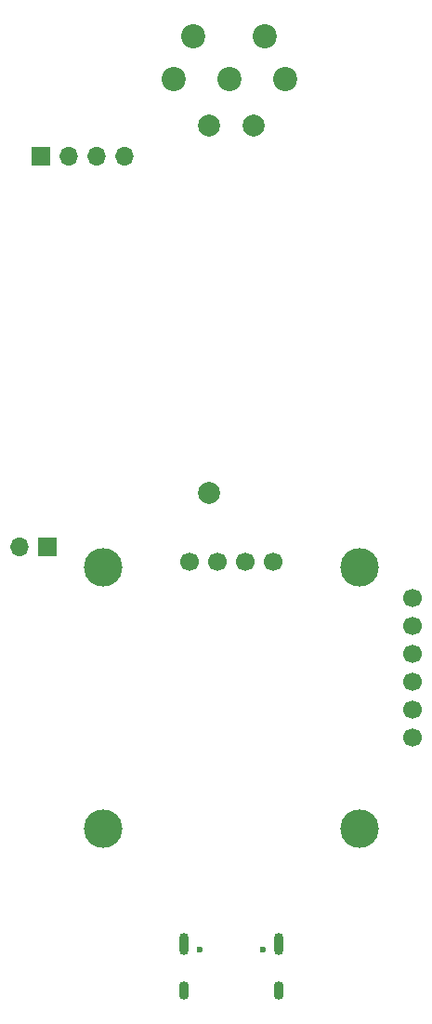
<source format=gbr>
%TF.GenerationSoftware,KiCad,Pcbnew,(5.1.9)-1*%
%TF.CreationDate,2021-03-28T20:47:18-04:00*%
%TF.ProjectId,LongboardRemote,4c6f6e67-626f-4617-9264-52656d6f7465,rev?*%
%TF.SameCoordinates,Original*%
%TF.FileFunction,Soldermask,Bot*%
%TF.FilePolarity,Negative*%
%FSLAX46Y46*%
G04 Gerber Fmt 4.6, Leading zero omitted, Abs format (unit mm)*
G04 Created by KiCad (PCBNEW (5.1.9)-1) date 2021-03-28 20:47:18*
%MOMM*%
%LPD*%
G01*
G04 APERTURE LIST*
%ADD10C,1.700000*%
%ADD11C,3.500000*%
%ADD12C,2.000000*%
%ADD13O,0.900000X2.000000*%
%ADD14O,0.900000X1.700000*%
%ADD15C,0.600000*%
%ADD16R,1.700000X1.700000*%
%ADD17O,1.700000X1.700000*%
%ADD18C,2.200000*%
G04 APERTURE END LIST*
D10*
%TO.C,U1*%
X162814000Y-109728000D03*
X162814000Y-112268000D03*
X162814000Y-114808000D03*
X162814000Y-117348000D03*
X162814000Y-119888000D03*
X162814000Y-122428000D03*
%TD*%
D11*
%TO.C,J4*%
X157950000Y-130683000D03*
X134650000Y-130683000D03*
X157950000Y-106883000D03*
X134650000Y-106883000D03*
D10*
X150110000Y-106383000D03*
X147570000Y-106383000D03*
X145030000Y-106383000D03*
X142490000Y-106383000D03*
%TD*%
D12*
%TO.C,RV1*%
X144300000Y-100175000D03*
X144300000Y-66675000D03*
X148300000Y-66675000D03*
%TD*%
D13*
%TO.C,J1*%
X141982000Y-141245000D03*
X150622000Y-141245000D03*
D14*
X141982000Y-145415000D03*
X150622000Y-145415000D03*
D15*
X149192000Y-141725000D03*
X143412000Y-141725000D03*
%TD*%
D16*
%TO.C,J2*%
X129540000Y-105029000D03*
D17*
X127000000Y-105029000D03*
%TD*%
%TO.C,J3*%
X136525000Y-69469000D03*
X133985000Y-69469000D03*
X131445000Y-69469000D03*
D16*
X128905000Y-69469000D03*
%TD*%
D18*
%TO.C,SW1*%
X151182000Y-62447000D03*
X141022000Y-62447000D03*
X146102000Y-62447000D03*
X142852000Y-58547000D03*
X149352000Y-58547000D03*
%TD*%
M02*

</source>
